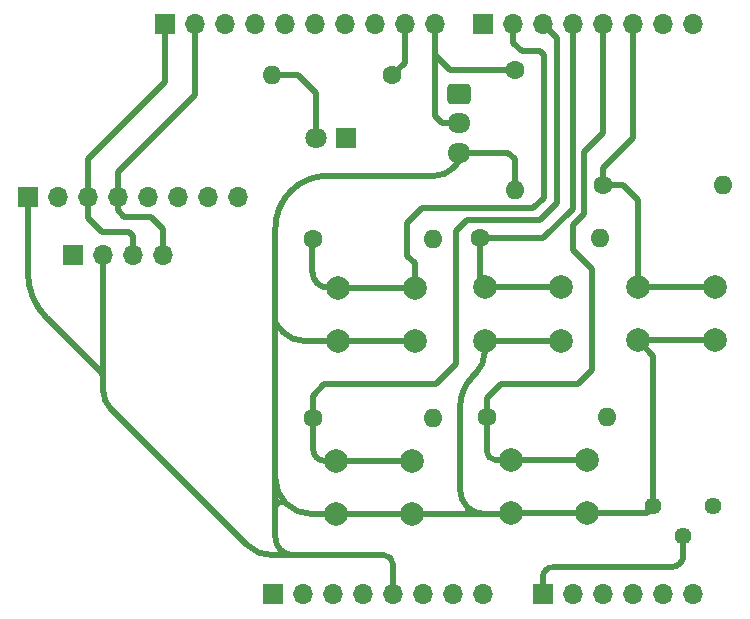
<source format=gbr>
%TF.GenerationSoftware,KiCad,Pcbnew,8.0.8*%
%TF.CreationDate,2025-02-13T00:23:47-07:00*%
%TF.ProjectId,Uno_Shield_ThermoPro,556e6f5f-5368-4696-956c-645f54686572,rev?*%
%TF.SameCoordinates,Original*%
%TF.FileFunction,Copper,L1,Top*%
%TF.FilePolarity,Positive*%
%FSLAX46Y46*%
G04 Gerber Fmt 4.6, Leading zero omitted, Abs format (unit mm)*
G04 Created by KiCad (PCBNEW 8.0.8) date 2025-02-13 00:23:47*
%MOMM*%
%LPD*%
G01*
G04 APERTURE LIST*
G04 Aperture macros list*
%AMRoundRect*
0 Rectangle with rounded corners*
0 $1 Rounding radius*
0 $2 $3 $4 $5 $6 $7 $8 $9 X,Y pos of 4 corners*
0 Add a 4 corners polygon primitive as box body*
4,1,4,$2,$3,$4,$5,$6,$7,$8,$9,$2,$3,0*
0 Add four circle primitives for the rounded corners*
1,1,$1+$1,$2,$3*
1,1,$1+$1,$4,$5*
1,1,$1+$1,$6,$7*
1,1,$1+$1,$8,$9*
0 Add four rect primitives between the rounded corners*
20,1,$1+$1,$2,$3,$4,$5,0*
20,1,$1+$1,$4,$5,$6,$7,0*
20,1,$1+$1,$6,$7,$8,$9,0*
20,1,$1+$1,$8,$9,$2,$3,0*%
G04 Aperture macros list end*
%TA.AperFunction,ComponentPad*%
%ADD10C,1.600000*%
%TD*%
%TA.AperFunction,ComponentPad*%
%ADD11O,1.600000X1.600000*%
%TD*%
%TA.AperFunction,ComponentPad*%
%ADD12R,1.700000X1.700000*%
%TD*%
%TA.AperFunction,ComponentPad*%
%ADD13O,1.700000X1.700000*%
%TD*%
%TA.AperFunction,ComponentPad*%
%ADD14C,2.000000*%
%TD*%
%TA.AperFunction,ComponentPad*%
%ADD15R,1.800000X1.800000*%
%TD*%
%TA.AperFunction,ComponentPad*%
%ADD16C,1.800000*%
%TD*%
%TA.AperFunction,ComponentPad*%
%ADD17RoundRect,0.250000X-0.725000X0.600000X-0.725000X-0.600000X0.725000X-0.600000X0.725000X0.600000X0*%
%TD*%
%TA.AperFunction,ComponentPad*%
%ADD18O,1.950000X1.700000*%
%TD*%
%TA.AperFunction,ComponentPad*%
%ADD19C,1.440000*%
%TD*%
%TA.AperFunction,Conductor*%
%ADD20C,0.508000*%
%TD*%
G04 APERTURE END LIST*
D10*
%TO.P,R7,1*%
%TO.N,/temp_digital*%
X148400000Y-53070000D03*
D11*
%TO.P,R7,2*%
%TO.N,+5V*%
X148400000Y-63230000D03*
%TD*%
D12*
%TO.P,J1,1,Pin_1*%
%TO.N,unconnected-(J1-Pin_1-Pad1)*%
X127940000Y-97460000D03*
D13*
%TO.P,J1,2,Pin_2*%
%TO.N,/IOREF*%
X130480000Y-97460000D03*
%TO.P,J1,3,Pin_3*%
%TO.N,/~{RESET}*%
X133020000Y-97460000D03*
%TO.P,J1,4,Pin_4*%
%TO.N,+3V3*%
X135560000Y-97460000D03*
%TO.P,J1,5,Pin_5*%
%TO.N,+5V*%
X138100000Y-97460000D03*
%TO.P,J1,6,Pin_6*%
%TO.N,GND*%
X140640000Y-97460000D03*
%TO.P,J1,7,Pin_7*%
X143180000Y-97460000D03*
%TO.P,J1,8,Pin_8*%
%TO.N,VCC*%
X145720000Y-97460000D03*
%TD*%
D12*
%TO.P,J3,1,Pin_1*%
%TO.N,/temp_sensor*%
X150800000Y-97460000D03*
D13*
%TO.P,J3,2,Pin_2*%
%TO.N,/A1*%
X153340000Y-97460000D03*
%TO.P,J3,3,Pin_3*%
%TO.N,/A2*%
X155880000Y-97460000D03*
%TO.P,J3,4,Pin_4*%
%TO.N,/A3*%
X158420000Y-97460000D03*
%TO.P,J3,5,Pin_5*%
%TO.N,/SDA{slash}A4*%
X160960000Y-97460000D03*
%TO.P,J3,6,Pin_6*%
%TO.N,/SCL{slash}A5*%
X163500000Y-97460000D03*
%TD*%
D12*
%TO.P,J2,1,Pin_1*%
%TO.N,/I2C_SCL*%
X118796000Y-49200000D03*
D13*
%TO.P,J2,2,Pin_2*%
%TO.N,/I2C_SDA*%
X121336000Y-49200000D03*
%TO.P,J2,3,Pin_3*%
%TO.N,/AREF*%
X123876000Y-49200000D03*
%TO.P,J2,4,Pin_4*%
%TO.N,GND*%
X126416000Y-49200000D03*
%TO.P,J2,5,Pin_5*%
%TO.N,/13*%
X128956000Y-49200000D03*
%TO.P,J2,6,Pin_6*%
%TO.N,/12*%
X131496000Y-49200000D03*
%TO.P,J2,7,Pin_7*%
%TO.N,/\u002A11*%
X134036000Y-49200000D03*
%TO.P,J2,8,Pin_8*%
%TO.N,/\u002A10*%
X136576000Y-49200000D03*
%TO.P,J2,9,Pin_9*%
%TO.N,/led_light*%
X139116000Y-49200000D03*
%TO.P,J2,10,Pin_10*%
%TO.N,/temp_digital*%
X141656000Y-49200000D03*
%TD*%
D12*
%TO.P,J4,1,Pin_1*%
%TO.N,/7*%
X145720000Y-49200000D03*
D13*
%TO.P,J4,2,Pin_2*%
%TO.N,/button_light*%
X148260000Y-49200000D03*
%TO.P,J4,3,Pin_3*%
%TO.N,/button_cal*%
X150800000Y-49200000D03*
%TO.P,J4,4,Pin_4*%
%TO.N,/button_units*%
X153340000Y-49200000D03*
%TO.P,J4,5,Pin_5*%
%TO.N,/button_lock*%
X155880000Y-49200000D03*
%TO.P,J4,6,Pin_6*%
%TO.N,/button_onoff*%
X158420000Y-49200000D03*
%TO.P,J4,7,Pin_7*%
%TO.N,/TX{slash}1*%
X160960000Y-49200000D03*
%TO.P,J4,8,Pin_8*%
%TO.N,/RX{slash}0*%
X163500000Y-49200000D03*
%TD*%
D14*
%TO.P,SW4,1,A*%
%TO.N,/button_lock*%
X148050000Y-86090000D03*
X154550000Y-86090000D03*
%TO.P,SW4,2,B*%
%TO.N,+5V*%
X148050000Y-90590000D03*
X154550000Y-90590000D03*
%TD*%
D15*
%TO.P,D1,1,K*%
%TO.N,GND*%
X134120000Y-58840000D03*
D16*
%TO.P,D1,2,A*%
%TO.N,Net-(D1-A)*%
X131580000Y-58840000D03*
%TD*%
D14*
%TO.P,SW5,1,A*%
%TO.N,/button_light*%
X133460000Y-71520000D03*
X139960000Y-71520000D03*
%TO.P,SW5,2,B*%
%TO.N,+5V*%
X133460000Y-76020000D03*
X139960000Y-76020000D03*
%TD*%
%TO.P,SW2,1,A*%
%TO.N,/button_units*%
X145850000Y-71490000D03*
X152350000Y-71490000D03*
%TO.P,SW2,2,B*%
%TO.N,+5V*%
X145850000Y-75990000D03*
X152350000Y-75990000D03*
%TD*%
D10*
%TO.P,R4,1*%
%TO.N,/button_cal*%
X131310000Y-82530000D03*
D11*
%TO.P,R4,2*%
%TO.N,GND*%
X141470000Y-82530000D03*
%TD*%
D10*
%TO.P,R1,1*%
%TO.N,/led_light*%
X138040000Y-53530000D03*
D11*
%TO.P,R1,2*%
%TO.N,Net-(D1-A)*%
X127880000Y-53530000D03*
%TD*%
D14*
%TO.P,SW3,1,A*%
%TO.N,/button_cal*%
X133240000Y-86170000D03*
X139740000Y-86170000D03*
%TO.P,SW3,2,B*%
%TO.N,+5V*%
X133240000Y-90670000D03*
X139740000Y-90670000D03*
%TD*%
D12*
%TO.P,J6,1,Pin_1*%
%TO.N,GND*%
X111040000Y-68775000D03*
D13*
%TO.P,J6,2,Pin_2*%
%TO.N,+5V*%
X113580000Y-68775000D03*
%TO.P,J6,3,Pin_3*%
%TO.N,/I2C_SCL*%
X116120000Y-68775000D03*
%TO.P,J6,4,Pin_4*%
%TO.N,/I2C_SDA*%
X118660000Y-68775000D03*
%TD*%
D14*
%TO.P,SW1,1,A*%
%TO.N,/button_onoff*%
X158830000Y-71430000D03*
X165330000Y-71430000D03*
%TO.P,SW1,2,B*%
%TO.N,+5V*%
X158830000Y-75930000D03*
X165330000Y-75930000D03*
%TD*%
D10*
%TO.P,R5,1*%
%TO.N,/button_lock*%
X146020000Y-82440000D03*
D11*
%TO.P,R5,2*%
%TO.N,GND*%
X156180000Y-82440000D03*
%TD*%
D17*
%TO.P,J7,1,Pin_1*%
%TO.N,GND*%
X143725000Y-55090000D03*
D18*
%TO.P,J7,2,Pin_2*%
%TO.N,/temp_digital*%
X143725000Y-57590000D03*
%TO.P,J7,3,Pin_3*%
%TO.N,+5V*%
X143725000Y-60090000D03*
%TD*%
D10*
%TO.P,R2,1*%
%TO.N,/button_onoff*%
X155900000Y-62810000D03*
D11*
%TO.P,R2,2*%
%TO.N,GND*%
X166060000Y-62810000D03*
%TD*%
D19*
%TO.P,RV1,1,1*%
%TO.N,+5V*%
X160150000Y-90015000D03*
%TO.P,RV1,2,2*%
%TO.N,/temp_sensor*%
X162690000Y-92555000D03*
%TO.P,RV1,3,3*%
%TO.N,GND*%
X165230000Y-90015000D03*
%TD*%
D12*
%TO.P,J5,1,Pin_1*%
%TO.N,+5V*%
X107190000Y-63860000D03*
D13*
%TO.P,J5,2,Pin_2*%
%TO.N,GND*%
X109730000Y-63860000D03*
%TO.P,J5,3,Pin_3*%
%TO.N,/I2C_SCL*%
X112270000Y-63860000D03*
%TO.P,J5,4,Pin_4*%
%TO.N,/I2C_SDA*%
X114810000Y-63860000D03*
%TO.P,J5,5,Pin_5*%
%TO.N,unconnected-(J5-Pin_5-Pad5)*%
X117350000Y-63860000D03*
%TO.P,J5,6,Pin_6*%
%TO.N,unconnected-(J5-Pin_6-Pad6)*%
X119890000Y-63860000D03*
%TO.P,J5,7,Pin_7*%
%TO.N,unconnected-(J5-Pin_7-Pad7)*%
X122430000Y-63860000D03*
%TO.P,J5,8,Pin_8*%
%TO.N,unconnected-(J5-Pin_8-Pad8)*%
X124970000Y-63860000D03*
%TD*%
D10*
%TO.P,R6,1*%
%TO.N,/button_light*%
X131330000Y-67410000D03*
D11*
%TO.P,R6,2*%
%TO.N,GND*%
X141490000Y-67410000D03*
%TD*%
D10*
%TO.P,R3,1*%
%TO.N,/button_units*%
X145450000Y-67340000D03*
D11*
%TO.P,R3,2*%
%TO.N,GND*%
X155610000Y-67340000D03*
%TD*%
D20*
%TO.N,+5V*%
X148400000Y-60650000D02*
X147840000Y-60090000D01*
X148400000Y-63230000D02*
X148400000Y-60650000D01*
X147840000Y-60090000D02*
X143725000Y-60090000D01*
%TO.N,/button_lock*%
X155880000Y-58420000D02*
X155880000Y-49200000D01*
X154300000Y-60000000D02*
X155880000Y-58420000D01*
X154300000Y-65250000D02*
X154300000Y-60000000D01*
X153350000Y-66200000D02*
X154300000Y-65250000D01*
X154950000Y-69950000D02*
X153350000Y-68350000D01*
X154950000Y-78500000D02*
X154950000Y-69950000D01*
X147250000Y-79650000D02*
X153800000Y-79650000D01*
X153800000Y-79650000D02*
X154950000Y-78500000D01*
X146020000Y-80880000D02*
X147250000Y-79650000D01*
X146020000Y-82440000D02*
X146020000Y-80880000D01*
X153350000Y-68350000D02*
X153350000Y-66200000D01*
%TO.N,/button_units*%
X150810000Y-67340000D02*
X145450000Y-67340000D01*
X153340000Y-64810000D02*
X150810000Y-67340000D01*
X153340000Y-49200000D02*
X153340000Y-64810000D01*
%TO.N,/button_cal*%
X151950000Y-64350000D02*
X151950000Y-50350000D01*
X143400000Y-66700000D02*
X144350000Y-65750000D01*
X150550000Y-65750000D02*
X151950000Y-64350000D01*
X132300000Y-79700000D02*
X141700000Y-79700000D01*
X141700000Y-79700000D02*
X143400000Y-78000000D01*
X131310000Y-80690000D02*
X132300000Y-79700000D01*
X131310000Y-82530000D02*
X131310000Y-80690000D01*
X151950000Y-50350000D02*
X150800000Y-49200000D01*
X144350000Y-65750000D02*
X150550000Y-65750000D01*
X143400000Y-78000000D02*
X143400000Y-66700000D01*
%TO.N,/button_light*%
X139960000Y-69460000D02*
X139960000Y-71520000D01*
X139300000Y-68800000D02*
X139960000Y-69460000D01*
X139300000Y-66050000D02*
X139300000Y-68800000D01*
X149950000Y-64800000D02*
X140550000Y-64800000D01*
X150550000Y-51500000D02*
X150850000Y-51800000D01*
X140550000Y-64800000D02*
X139300000Y-66050000D01*
X149000000Y-51500000D02*
X150550000Y-51500000D01*
X150850000Y-51800000D02*
X150850000Y-63900000D01*
X150850000Y-63900000D02*
X149950000Y-64800000D01*
X148260000Y-50760000D02*
X149000000Y-51500000D01*
X148260000Y-49200000D02*
X148260000Y-50760000D01*
%TO.N,/temp_digital*%
X148400000Y-53070000D02*
X142926000Y-53070000D01*
%TO.N,+5V*%
X160150000Y-77250000D02*
X160150000Y-90015000D01*
X158830000Y-75930000D02*
X160150000Y-77250000D01*
X159575000Y-90590000D02*
X160150000Y-90015000D01*
X154550000Y-90590000D02*
X159575000Y-90590000D01*
%TO.N,/button_onoff*%
X158420000Y-58830000D02*
X158420000Y-49200000D01*
X155900000Y-61350000D02*
X158420000Y-58830000D01*
X155900000Y-62810000D02*
X155900000Y-61350000D01*
X158830000Y-71430000D02*
X158830000Y-64080000D01*
X158830000Y-64080000D02*
X157560000Y-62810000D01*
X155900000Y-62810000D02*
X157560000Y-62810000D01*
%TO.N,/I2C_SCL*%
X115750000Y-66800000D02*
X116120000Y-67170000D01*
X116120000Y-67170000D02*
X116120000Y-68775000D01*
X113500000Y-66800000D02*
X115750000Y-66800000D01*
X112270000Y-65570000D02*
X113500000Y-66800000D01*
X112270000Y-63860000D02*
X112270000Y-65570000D01*
%TO.N,/I2C_SDA*%
X114810000Y-64940000D02*
X114810000Y-63860000D01*
X117650000Y-65500000D02*
X115350000Y-65500000D01*
X118660000Y-66510000D02*
X117650000Y-65500000D01*
X115350000Y-65500000D02*
X114800000Y-64950000D01*
X118660000Y-68775000D02*
X118660000Y-66510000D01*
X114800000Y-64950000D02*
X114810000Y-64940000D01*
%TO.N,/I2C_SCL*%
X118796000Y-54054000D02*
X118796000Y-49200000D01*
X112270000Y-60580000D02*
X118796000Y-54054000D01*
X112270000Y-63860000D02*
X112270000Y-60580000D01*
%TO.N,/I2C_SDA*%
X114810000Y-61690000D02*
X121336000Y-55164000D01*
X114810000Y-63860000D02*
X114810000Y-61690000D01*
X121336000Y-55164000D02*
X121336000Y-49200000D01*
%TO.N,/temp_digital*%
X142926000Y-53070000D02*
X141656000Y-51800000D01*
X141656000Y-51800000D02*
X141656000Y-56956000D01*
X141656000Y-49200000D02*
X141656000Y-51800000D01*
X142290000Y-57590000D02*
X143725000Y-57590000D01*
X141656000Y-56956000D02*
X142290000Y-57590000D01*
%TO.N,Net-(D1-A)*%
X131580000Y-55030000D02*
X131580000Y-58840000D01*
X130080000Y-53530000D02*
X131580000Y-55030000D01*
X127880000Y-53530000D02*
X130080000Y-53530000D01*
%TO.N,/led_light*%
X139116000Y-52454000D02*
X138040000Y-53530000D01*
X139116000Y-49200000D02*
X139116000Y-52454000D01*
%TO.N,+5V*%
X128157677Y-74617677D02*
X128850000Y-75310000D01*
X138100000Y-94918198D02*
X138100000Y-97460000D01*
X143725000Y-60457500D02*
X143725000Y-60090000D01*
X128140000Y-66468477D02*
X128140000Y-74525000D01*
X145850000Y-75990000D02*
X152350000Y-75990000D01*
X132578477Y-62030000D02*
X141667936Y-62030000D01*
X128140000Y-90148650D02*
X128140000Y-87631349D01*
X133460000Y-76020000D02*
X139960000Y-76020000D01*
X145821457Y-90670000D02*
X147970000Y-90670000D01*
X113580000Y-79810000D02*
X113580000Y-80305000D01*
X158830000Y-75930000D02*
X165330000Y-75930000D01*
X133460000Y-76020000D02*
X130564091Y-76020000D01*
X143790000Y-81556639D02*
X143790000Y-88638542D01*
X128140000Y-74525000D02*
X128140000Y-74575000D01*
X128140000Y-74575000D02*
X128140000Y-74525000D01*
X154550000Y-90590000D02*
X148050000Y-90590000D01*
X145821457Y-90670000D02*
X144138542Y-90670000D01*
X128140000Y-90148650D02*
X128140000Y-92647746D01*
X139740000Y-90670000D02*
X144138542Y-90670000D01*
X128140000Y-87631349D02*
X128140000Y-74575000D01*
X113580000Y-79190000D02*
X113580000Y-68775000D01*
X145850000Y-75990000D02*
X145850000Y-77015000D01*
X107190000Y-70236036D02*
X107190000Y-63860000D01*
X133240000Y-90670000D02*
X131178650Y-90670000D01*
X113580000Y-79810000D02*
X113580000Y-79190000D01*
X129642253Y-94150000D02*
X137331801Y-94150000D01*
X108783792Y-74083792D02*
X113360796Y-78660796D01*
X125771471Y-93301471D02*
X114149220Y-81679220D01*
X143465138Y-61084861D02*
X143122500Y-61427500D01*
X133240000Y-90670000D02*
X139740000Y-90670000D01*
X129642253Y-94150000D02*
X128397746Y-94150000D01*
X144819999Y-79069999D02*
X145125215Y-78764784D01*
X128397746Y-94150000D02*
X127820000Y-94150000D01*
X113580000Y-79190000D02*
X113580000Y-79810000D01*
X128140000Y-74575000D02*
G75*
G03*
X128157668Y-74617686I60400J0D01*
G01*
X145850000Y-77015000D02*
G75*
G02*
X145125222Y-78764791I-2474600J0D01*
G01*
X128140000Y-87631349D02*
G75*
G03*
X129029985Y-89780015I3038600J-51D01*
G01*
X128397746Y-94150000D02*
G75*
G03*
X128579921Y-93710079I-46J257700D01*
G01*
X128850000Y-75310000D02*
G75*
G03*
X130564091Y-76020003I1714100J1714100D01*
G01*
X129440000Y-63330000D02*
G75*
G03*
X128139991Y-66468477I3138500J-3138500D01*
G01*
X125771471Y-93301471D02*
G75*
G03*
X127820000Y-94149987I2048529J2048571D01*
G01*
X129030000Y-89780000D02*
G75*
G03*
X131178650Y-90670021I2148700J2148700D01*
G01*
X128140000Y-92647746D02*
G75*
G03*
X128580013Y-93709987I1502300J46D01*
G01*
X144819999Y-79069999D02*
G75*
G03*
X143790015Y-81556639I2486601J-2486601D01*
G01*
X143790000Y-88638542D02*
G75*
G03*
X144385013Y-90074987I2031500J42D01*
G01*
X144385000Y-90075000D02*
G75*
G03*
X145821457Y-90670018I1436500J1436500D01*
G01*
X144138542Y-90670000D02*
G75*
G03*
X144384927Y-90075073I-42J348500D01*
G01*
X128580000Y-93710000D02*
G75*
G03*
X129642253Y-94150019I1062300J1062300D01*
G01*
X107190000Y-70236036D02*
G75*
G03*
X108783800Y-74083784I5441600J36D01*
G01*
X113580000Y-79190000D02*
X113580000Y-79190000D01*
X137875000Y-94375000D02*
G75*
G02*
X138100001Y-94918198I-543200J-543200D01*
G01*
X128140000Y-74575000D02*
X128140000Y-74575000D01*
X113360796Y-78660796D02*
G75*
G02*
X113580002Y-79190000I-529196J-529204D01*
G01*
X137875000Y-94375000D02*
G75*
G03*
X137331801Y-94149999I-543200J-543200D01*
G01*
X113580000Y-80305000D02*
G75*
G03*
X114149229Y-81679211I1943400J0D01*
G01*
X132578477Y-62030000D02*
G75*
G03*
X129440007Y-63330007I23J-4438500D01*
G01*
X143122500Y-61427500D02*
G75*
G02*
X141667936Y-62030015I-1454600J1454600D01*
G01*
X129030000Y-89780000D02*
G75*
G03*
X128139950Y-90148650I-368700J-368600D01*
G01*
X143725000Y-60457500D02*
G75*
G02*
X143465134Y-61084857I-887200J0D01*
G01*
%TO.N,/button_onoff*%
X158830000Y-71430000D02*
X165330000Y-71430000D01*
%TO.N,/button_lock*%
X148050000Y-86090000D02*
X146771126Y-86090000D01*
X148050000Y-86090000D02*
X154550000Y-86090000D01*
X146020000Y-82440000D02*
X146020000Y-85338873D01*
X146020000Y-85338873D02*
G75*
G03*
X146239992Y-85870008I751100J-27D01*
G01*
X146240000Y-85870000D02*
G75*
G03*
X146771126Y-86089989I531100J531100D01*
G01*
%TO.N,/button_light*%
X134155000Y-71520000D02*
X132765000Y-71520000D01*
X134155000Y-71520000D02*
X139960000Y-71520000D01*
X132765000Y-71520000D02*
X132628614Y-71520000D01*
X131280000Y-70171385D02*
X131280000Y-67460000D01*
X131675000Y-71125000D02*
G75*
G03*
X132628614Y-71519994I953600J953600D01*
G01*
X131280000Y-70171385D02*
G75*
G03*
X131674996Y-71125004I1348600J-15D01*
G01*
%TO.N,/button_units*%
X152350000Y-71490000D02*
X145850000Y-71490000D01*
%TO.N,/button_cal*%
X133240000Y-86170000D02*
X139740000Y-86170000D01*
X132288908Y-86170000D02*
X133240000Y-86170000D01*
X131350000Y-85231091D02*
X131350000Y-82570000D01*
X131625000Y-85895000D02*
G75*
G03*
X132288908Y-86169996I663900J663900D01*
G01*
X131350000Y-85231091D02*
G75*
G03*
X131624997Y-85895003I938900J-9D01*
G01*
%TO.N,/temp_sensor*%
X151653553Y-95150000D02*
X161699878Y-95150000D01*
X150800000Y-96003553D02*
X150800000Y-97460000D01*
X162690000Y-94159878D02*
X162690000Y-92555000D01*
X151653553Y-95150000D02*
G75*
G03*
X151049984Y-95399984I-53J-853500D01*
G01*
X162690000Y-94159878D02*
G75*
G02*
X162400006Y-94860006I-990100J-22D01*
G01*
X151050000Y-95400000D02*
G75*
G03*
X150800022Y-96003553I603500J-603500D01*
G01*
X162400000Y-94860000D02*
G75*
G02*
X161699878Y-95149991I-700100J700100D01*
G01*
%TO.N,/button_units*%
X145450000Y-67830000D02*
X145450000Y-71090000D01*
X145940000Y-67340000D02*
G75*
G03*
X145450000Y-67830000I0J-490000D01*
G01*
%TD*%
M02*

</source>
